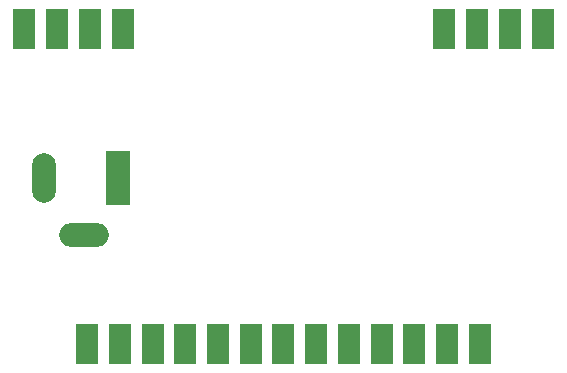
<source format=gts>
%TF.GenerationSoftware,KiCad,Pcbnew,(6.0.7)*%
%TF.CreationDate,2022-08-10T23:52:05+02:00*%
%TF.ProjectId,atari-lpt-joysticks,61746172-692d-46c7-9074-2d6a6f797374,rev?*%
%TF.SameCoordinates,Original*%
%TF.FileFunction,Soldermask,Top*%
%TF.FilePolarity,Negative*%
%FSLAX46Y46*%
G04 Gerber Fmt 4.6, Leading zero omitted, Abs format (unit mm)*
G04 Created by KiCad (PCBNEW (6.0.7)) date 2022-08-10 23:52:05*
%MOMM*%
%LPD*%
G01*
G04 APERTURE LIST*
%ADD10R,1.846667X3.480000*%
%ADD11R,2.000000X4.600000*%
%ADD12O,2.000000X4.200000*%
%ADD13O,4.200000X2.000000*%
G04 APERTURE END LIST*
D10*
%TO.C,J1*%
X100220000Y-92097500D03*
X102990000Y-92097500D03*
X105760000Y-92097500D03*
X108530000Y-92097500D03*
X111300000Y-92097500D03*
X114070000Y-92097500D03*
X116840000Y-92097500D03*
X119610000Y-92097500D03*
X122380000Y-92097500D03*
X125150000Y-92097500D03*
X127920000Y-92097500D03*
X130690000Y-92097500D03*
X133460000Y-92097500D03*
%TD*%
D11*
%TO.C,J2*%
X102870000Y-78090000D03*
D12*
X96570000Y-78090000D03*
D13*
X99970000Y-82890000D03*
%TD*%
D10*
%TO.C,Joystick-4*%
X94905000Y-65482500D03*
X97675000Y-65482500D03*
X100445000Y-65482500D03*
X103215000Y-65482500D03*
%TD*%
%TO.C,Joystick-3*%
X130465000Y-65482500D03*
X133235000Y-65482500D03*
X136005000Y-65482500D03*
X138775000Y-65482500D03*
%TD*%
M02*

</source>
